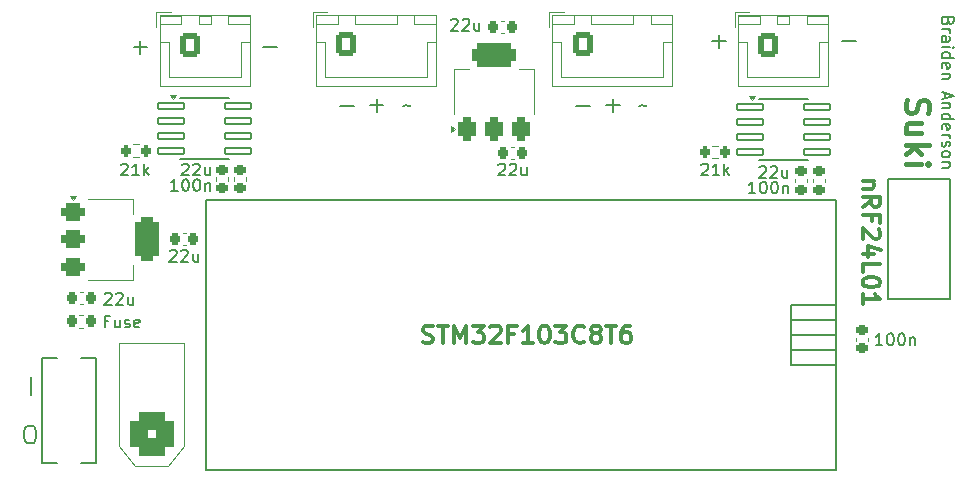
<source format=gto>
G04 #@! TF.GenerationSoftware,KiCad,Pcbnew,9.0.2+dfsg-1*
G04 #@! TF.CreationDate,2025-08-18T11:49:20-04:00*
G04 #@! TF.ProjectId,Basic_Controller,42617369-635f-4436-9f6e-74726f6c6c65,rev?*
G04 #@! TF.SameCoordinates,Original*
G04 #@! TF.FileFunction,Legend,Top*
G04 #@! TF.FilePolarity,Positive*
%FSLAX46Y46*%
G04 Gerber Fmt 4.6, Leading zero omitted, Abs format (unit mm)*
G04 Created by KiCad (PCBNEW 9.0.2+dfsg-1) date 2025-08-18 11:49:20*
%MOMM*%
%LPD*%
G01*
G04 APERTURE LIST*
G04 Aperture macros list*
%AMRoundRect*
0 Rectangle with rounded corners*
0 $1 Rounding radius*
0 $2 $3 $4 $5 $6 $7 $8 $9 X,Y pos of 4 corners*
0 Add a 4 corners polygon primitive as box body*
4,1,4,$2,$3,$4,$5,$6,$7,$8,$9,$2,$3,0*
0 Add four circle primitives for the rounded corners*
1,1,$1+$1,$2,$3*
1,1,$1+$1,$4,$5*
1,1,$1+$1,$6,$7*
1,1,$1+$1,$8,$9*
0 Add four rect primitives between the rounded corners*
20,1,$1+$1,$2,$3,$4,$5,0*
20,1,$1+$1,$4,$5,$6,$7,0*
20,1,$1+$1,$6,$7,$8,$9,0*
20,1,$1+$1,$8,$9,$2,$3,0*%
G04 Aperture macros list end*
%ADD10C,0.187500*%
%ADD11C,0.300000*%
%ADD12C,0.200000*%
%ADD13C,0.400000*%
%ADD14C,0.150000*%
%ADD15C,0.120000*%
%ADD16C,0.152400*%
%ADD17C,3.000000*%
%ADD18RoundRect,0.218750X0.218750X0.256250X-0.218750X0.256250X-0.218750X-0.256250X0.218750X-0.256250X0*%
%ADD19RoundRect,0.250000X-0.600000X-0.725000X0.600000X-0.725000X0.600000X0.725000X-0.600000X0.725000X0*%
%ADD20O,1.700000X1.950000*%
%ADD21R,2.400000X3.100000*%
%ADD22RoundRect,0.070000X-1.100000X-0.250000X1.100000X-0.250000X1.100000X0.250000X-1.100000X0.250000X0*%
%ADD23C,0.770000*%
%ADD24C,1.524000*%
%ADD25RoundRect,0.225000X0.250000X-0.225000X0.250000X0.225000X-0.250000X0.225000X-0.250000X-0.225000X0*%
%ADD26RoundRect,0.225000X-0.225000X-0.250000X0.225000X-0.250000X0.225000X0.250000X-0.225000X0.250000X0*%
%ADD27RoundRect,0.250000X-0.600000X-0.750000X0.600000X-0.750000X0.600000X0.750000X-0.600000X0.750000X0*%
%ADD28O,1.700000X2.000000*%
%ADD29C,1.320800*%
%ADD30RoundRect,0.200000X-0.200000X-0.275000X0.200000X-0.275000X0.200000X0.275000X-0.200000X0.275000X0*%
%ADD31RoundRect,0.760000X1.140000X-1.140000X1.140000X1.140000X-1.140000X1.140000X-1.140000X-1.140000X0*%
%ADD32C,4.000000*%
%ADD33RoundRect,0.375000X-0.625000X-0.375000X0.625000X-0.375000X0.625000X0.375000X-0.625000X0.375000X0*%
%ADD34RoundRect,0.500000X-0.500000X-1.400000X0.500000X-1.400000X0.500000X1.400000X-0.500000X1.400000X0*%
%ADD35RoundRect,0.225000X0.225000X0.250000X-0.225000X0.250000X-0.225000X-0.250000X0.225000X-0.250000X0*%
%ADD36RoundRect,0.375000X0.375000X-0.625000X0.375000X0.625000X-0.375000X0.625000X-0.375000X-0.625000X0*%
%ADD37RoundRect,0.500000X1.400000X-0.500000X1.400000X0.500000X-1.400000X0.500000X-1.400000X-0.500000X0*%
%ADD38R,1.295400X1.295400*%
%ADD39C,1.295400*%
%ADD40C,1.498600*%
G04 APERTURE END LIST*
D10*
X121306718Y-113179890D02*
X121306718Y-114679890D01*
D11*
X154483082Y-110229400D02*
X154697368Y-110300828D01*
X154697368Y-110300828D02*
X155054510Y-110300828D01*
X155054510Y-110300828D02*
X155197368Y-110229400D01*
X155197368Y-110229400D02*
X155268796Y-110157971D01*
X155268796Y-110157971D02*
X155340225Y-110015114D01*
X155340225Y-110015114D02*
X155340225Y-109872257D01*
X155340225Y-109872257D02*
X155268796Y-109729400D01*
X155268796Y-109729400D02*
X155197368Y-109657971D01*
X155197368Y-109657971D02*
X155054510Y-109586542D01*
X155054510Y-109586542D02*
X154768796Y-109515114D01*
X154768796Y-109515114D02*
X154625939Y-109443685D01*
X154625939Y-109443685D02*
X154554510Y-109372257D01*
X154554510Y-109372257D02*
X154483082Y-109229400D01*
X154483082Y-109229400D02*
X154483082Y-109086542D01*
X154483082Y-109086542D02*
X154554510Y-108943685D01*
X154554510Y-108943685D02*
X154625939Y-108872257D01*
X154625939Y-108872257D02*
X154768796Y-108800828D01*
X154768796Y-108800828D02*
X155125939Y-108800828D01*
X155125939Y-108800828D02*
X155340225Y-108872257D01*
X155768796Y-108800828D02*
X156625939Y-108800828D01*
X156197367Y-110300828D02*
X156197367Y-108800828D01*
X157125938Y-110300828D02*
X157125938Y-108800828D01*
X157125938Y-108800828D02*
X157625938Y-109872257D01*
X157625938Y-109872257D02*
X158125938Y-108800828D01*
X158125938Y-108800828D02*
X158125938Y-110300828D01*
X158697367Y-108800828D02*
X159625939Y-108800828D01*
X159625939Y-108800828D02*
X159125939Y-109372257D01*
X159125939Y-109372257D02*
X159340224Y-109372257D01*
X159340224Y-109372257D02*
X159483082Y-109443685D01*
X159483082Y-109443685D02*
X159554510Y-109515114D01*
X159554510Y-109515114D02*
X159625939Y-109657971D01*
X159625939Y-109657971D02*
X159625939Y-110015114D01*
X159625939Y-110015114D02*
X159554510Y-110157971D01*
X159554510Y-110157971D02*
X159483082Y-110229400D01*
X159483082Y-110229400D02*
X159340224Y-110300828D01*
X159340224Y-110300828D02*
X158911653Y-110300828D01*
X158911653Y-110300828D02*
X158768796Y-110229400D01*
X158768796Y-110229400D02*
X158697367Y-110157971D01*
X160197367Y-108943685D02*
X160268795Y-108872257D01*
X160268795Y-108872257D02*
X160411653Y-108800828D01*
X160411653Y-108800828D02*
X160768795Y-108800828D01*
X160768795Y-108800828D02*
X160911653Y-108872257D01*
X160911653Y-108872257D02*
X160983081Y-108943685D01*
X160983081Y-108943685D02*
X161054510Y-109086542D01*
X161054510Y-109086542D02*
X161054510Y-109229400D01*
X161054510Y-109229400D02*
X160983081Y-109443685D01*
X160983081Y-109443685D02*
X160125938Y-110300828D01*
X160125938Y-110300828D02*
X161054510Y-110300828D01*
X162197366Y-109515114D02*
X161697366Y-109515114D01*
X161697366Y-110300828D02*
X161697366Y-108800828D01*
X161697366Y-108800828D02*
X162411652Y-108800828D01*
X163768795Y-110300828D02*
X162911652Y-110300828D01*
X163340223Y-110300828D02*
X163340223Y-108800828D01*
X163340223Y-108800828D02*
X163197366Y-109015114D01*
X163197366Y-109015114D02*
X163054509Y-109157971D01*
X163054509Y-109157971D02*
X162911652Y-109229400D01*
X164697366Y-108800828D02*
X164840223Y-108800828D01*
X164840223Y-108800828D02*
X164983080Y-108872257D01*
X164983080Y-108872257D02*
X165054509Y-108943685D01*
X165054509Y-108943685D02*
X165125937Y-109086542D01*
X165125937Y-109086542D02*
X165197366Y-109372257D01*
X165197366Y-109372257D02*
X165197366Y-109729400D01*
X165197366Y-109729400D02*
X165125937Y-110015114D01*
X165125937Y-110015114D02*
X165054509Y-110157971D01*
X165054509Y-110157971D02*
X164983080Y-110229400D01*
X164983080Y-110229400D02*
X164840223Y-110300828D01*
X164840223Y-110300828D02*
X164697366Y-110300828D01*
X164697366Y-110300828D02*
X164554509Y-110229400D01*
X164554509Y-110229400D02*
X164483080Y-110157971D01*
X164483080Y-110157971D02*
X164411651Y-110015114D01*
X164411651Y-110015114D02*
X164340223Y-109729400D01*
X164340223Y-109729400D02*
X164340223Y-109372257D01*
X164340223Y-109372257D02*
X164411651Y-109086542D01*
X164411651Y-109086542D02*
X164483080Y-108943685D01*
X164483080Y-108943685D02*
X164554509Y-108872257D01*
X164554509Y-108872257D02*
X164697366Y-108800828D01*
X165697365Y-108800828D02*
X166625937Y-108800828D01*
X166625937Y-108800828D02*
X166125937Y-109372257D01*
X166125937Y-109372257D02*
X166340222Y-109372257D01*
X166340222Y-109372257D02*
X166483080Y-109443685D01*
X166483080Y-109443685D02*
X166554508Y-109515114D01*
X166554508Y-109515114D02*
X166625937Y-109657971D01*
X166625937Y-109657971D02*
X166625937Y-110015114D01*
X166625937Y-110015114D02*
X166554508Y-110157971D01*
X166554508Y-110157971D02*
X166483080Y-110229400D01*
X166483080Y-110229400D02*
X166340222Y-110300828D01*
X166340222Y-110300828D02*
X165911651Y-110300828D01*
X165911651Y-110300828D02*
X165768794Y-110229400D01*
X165768794Y-110229400D02*
X165697365Y-110157971D01*
X168125936Y-110157971D02*
X168054508Y-110229400D01*
X168054508Y-110229400D02*
X167840222Y-110300828D01*
X167840222Y-110300828D02*
X167697365Y-110300828D01*
X167697365Y-110300828D02*
X167483079Y-110229400D01*
X167483079Y-110229400D02*
X167340222Y-110086542D01*
X167340222Y-110086542D02*
X167268793Y-109943685D01*
X167268793Y-109943685D02*
X167197365Y-109657971D01*
X167197365Y-109657971D02*
X167197365Y-109443685D01*
X167197365Y-109443685D02*
X167268793Y-109157971D01*
X167268793Y-109157971D02*
X167340222Y-109015114D01*
X167340222Y-109015114D02*
X167483079Y-108872257D01*
X167483079Y-108872257D02*
X167697365Y-108800828D01*
X167697365Y-108800828D02*
X167840222Y-108800828D01*
X167840222Y-108800828D02*
X168054508Y-108872257D01*
X168054508Y-108872257D02*
X168125936Y-108943685D01*
X168983079Y-109443685D02*
X168840222Y-109372257D01*
X168840222Y-109372257D02*
X168768793Y-109300828D01*
X168768793Y-109300828D02*
X168697365Y-109157971D01*
X168697365Y-109157971D02*
X168697365Y-109086542D01*
X168697365Y-109086542D02*
X168768793Y-108943685D01*
X168768793Y-108943685D02*
X168840222Y-108872257D01*
X168840222Y-108872257D02*
X168983079Y-108800828D01*
X168983079Y-108800828D02*
X169268793Y-108800828D01*
X169268793Y-108800828D02*
X169411651Y-108872257D01*
X169411651Y-108872257D02*
X169483079Y-108943685D01*
X169483079Y-108943685D02*
X169554508Y-109086542D01*
X169554508Y-109086542D02*
X169554508Y-109157971D01*
X169554508Y-109157971D02*
X169483079Y-109300828D01*
X169483079Y-109300828D02*
X169411651Y-109372257D01*
X169411651Y-109372257D02*
X169268793Y-109443685D01*
X169268793Y-109443685D02*
X168983079Y-109443685D01*
X168983079Y-109443685D02*
X168840222Y-109515114D01*
X168840222Y-109515114D02*
X168768793Y-109586542D01*
X168768793Y-109586542D02*
X168697365Y-109729400D01*
X168697365Y-109729400D02*
X168697365Y-110015114D01*
X168697365Y-110015114D02*
X168768793Y-110157971D01*
X168768793Y-110157971D02*
X168840222Y-110229400D01*
X168840222Y-110229400D02*
X168983079Y-110300828D01*
X168983079Y-110300828D02*
X169268793Y-110300828D01*
X169268793Y-110300828D02*
X169411651Y-110229400D01*
X169411651Y-110229400D02*
X169483079Y-110157971D01*
X169483079Y-110157971D02*
X169554508Y-110015114D01*
X169554508Y-110015114D02*
X169554508Y-109729400D01*
X169554508Y-109729400D02*
X169483079Y-109586542D01*
X169483079Y-109586542D02*
X169411651Y-109515114D01*
X169411651Y-109515114D02*
X169268793Y-109443685D01*
X169983079Y-108800828D02*
X170840222Y-108800828D01*
X170411650Y-110300828D02*
X170411650Y-108800828D01*
X171983079Y-108800828D02*
X171697364Y-108800828D01*
X171697364Y-108800828D02*
X171554507Y-108872257D01*
X171554507Y-108872257D02*
X171483079Y-108943685D01*
X171483079Y-108943685D02*
X171340221Y-109157971D01*
X171340221Y-109157971D02*
X171268793Y-109443685D01*
X171268793Y-109443685D02*
X171268793Y-110015114D01*
X171268793Y-110015114D02*
X171340221Y-110157971D01*
X171340221Y-110157971D02*
X171411650Y-110229400D01*
X171411650Y-110229400D02*
X171554507Y-110300828D01*
X171554507Y-110300828D02*
X171840221Y-110300828D01*
X171840221Y-110300828D02*
X171983079Y-110229400D01*
X171983079Y-110229400D02*
X172054507Y-110157971D01*
X172054507Y-110157971D02*
X172125936Y-110015114D01*
X172125936Y-110015114D02*
X172125936Y-109657971D01*
X172125936Y-109657971D02*
X172054507Y-109515114D01*
X172054507Y-109515114D02*
X171983079Y-109443685D01*
X171983079Y-109443685D02*
X171840221Y-109372257D01*
X171840221Y-109372257D02*
X171554507Y-109372257D01*
X171554507Y-109372257D02*
X171411650Y-109443685D01*
X171411650Y-109443685D02*
X171340221Y-109515114D01*
X171340221Y-109515114D02*
X171268793Y-109657971D01*
D10*
X149989477Y-90157899D02*
X151132335Y-90157899D01*
X150560906Y-90729327D02*
X150560906Y-89586470D01*
X129980497Y-85235250D02*
X131123355Y-85235250D01*
X130551926Y-85806678D02*
X130551926Y-84663821D01*
X167480497Y-90235250D02*
X168623355Y-90235250D01*
D12*
X198939064Y-83035428D02*
X198891445Y-83178285D01*
X198891445Y-83178285D02*
X198843826Y-83225904D01*
X198843826Y-83225904D02*
X198748588Y-83273523D01*
X198748588Y-83273523D02*
X198605731Y-83273523D01*
X198605731Y-83273523D02*
X198510493Y-83225904D01*
X198510493Y-83225904D02*
X198462874Y-83178285D01*
X198462874Y-83178285D02*
X198415254Y-83083047D01*
X198415254Y-83083047D02*
X198415254Y-82702095D01*
X198415254Y-82702095D02*
X199415254Y-82702095D01*
X199415254Y-82702095D02*
X199415254Y-83035428D01*
X199415254Y-83035428D02*
X199367635Y-83130666D01*
X199367635Y-83130666D02*
X199320016Y-83178285D01*
X199320016Y-83178285D02*
X199224778Y-83225904D01*
X199224778Y-83225904D02*
X199129540Y-83225904D01*
X199129540Y-83225904D02*
X199034302Y-83178285D01*
X199034302Y-83178285D02*
X198986683Y-83130666D01*
X198986683Y-83130666D02*
X198939064Y-83035428D01*
X198939064Y-83035428D02*
X198939064Y-82702095D01*
X198415254Y-83702095D02*
X199081921Y-83702095D01*
X198891445Y-83702095D02*
X198986683Y-83749714D01*
X198986683Y-83749714D02*
X199034302Y-83797333D01*
X199034302Y-83797333D02*
X199081921Y-83892571D01*
X199081921Y-83892571D02*
X199081921Y-83987809D01*
X198415254Y-84749714D02*
X198939064Y-84749714D01*
X198939064Y-84749714D02*
X199034302Y-84702095D01*
X199034302Y-84702095D02*
X199081921Y-84606857D01*
X199081921Y-84606857D02*
X199081921Y-84416381D01*
X199081921Y-84416381D02*
X199034302Y-84321143D01*
X198462874Y-84749714D02*
X198415254Y-84654476D01*
X198415254Y-84654476D02*
X198415254Y-84416381D01*
X198415254Y-84416381D02*
X198462874Y-84321143D01*
X198462874Y-84321143D02*
X198558112Y-84273524D01*
X198558112Y-84273524D02*
X198653350Y-84273524D01*
X198653350Y-84273524D02*
X198748588Y-84321143D01*
X198748588Y-84321143D02*
X198796207Y-84416381D01*
X198796207Y-84416381D02*
X198796207Y-84654476D01*
X198796207Y-84654476D02*
X198843826Y-84749714D01*
X198415254Y-85225905D02*
X199081921Y-85225905D01*
X199415254Y-85225905D02*
X199367635Y-85178286D01*
X199367635Y-85178286D02*
X199320016Y-85225905D01*
X199320016Y-85225905D02*
X199367635Y-85273524D01*
X199367635Y-85273524D02*
X199415254Y-85225905D01*
X199415254Y-85225905D02*
X199320016Y-85225905D01*
X198415254Y-86130666D02*
X199415254Y-86130666D01*
X198462874Y-86130666D02*
X198415254Y-86035428D01*
X198415254Y-86035428D02*
X198415254Y-85844952D01*
X198415254Y-85844952D02*
X198462874Y-85749714D01*
X198462874Y-85749714D02*
X198510493Y-85702095D01*
X198510493Y-85702095D02*
X198605731Y-85654476D01*
X198605731Y-85654476D02*
X198891445Y-85654476D01*
X198891445Y-85654476D02*
X198986683Y-85702095D01*
X198986683Y-85702095D02*
X199034302Y-85749714D01*
X199034302Y-85749714D02*
X199081921Y-85844952D01*
X199081921Y-85844952D02*
X199081921Y-86035428D01*
X199081921Y-86035428D02*
X199034302Y-86130666D01*
X198462874Y-86987809D02*
X198415254Y-86892571D01*
X198415254Y-86892571D02*
X198415254Y-86702095D01*
X198415254Y-86702095D02*
X198462874Y-86606857D01*
X198462874Y-86606857D02*
X198558112Y-86559238D01*
X198558112Y-86559238D02*
X198939064Y-86559238D01*
X198939064Y-86559238D02*
X199034302Y-86606857D01*
X199034302Y-86606857D02*
X199081921Y-86702095D01*
X199081921Y-86702095D02*
X199081921Y-86892571D01*
X199081921Y-86892571D02*
X199034302Y-86987809D01*
X199034302Y-86987809D02*
X198939064Y-87035428D01*
X198939064Y-87035428D02*
X198843826Y-87035428D01*
X198843826Y-87035428D02*
X198748588Y-86559238D01*
X199081921Y-87464000D02*
X198415254Y-87464000D01*
X198986683Y-87464000D02*
X199034302Y-87511619D01*
X199034302Y-87511619D02*
X199081921Y-87606857D01*
X199081921Y-87606857D02*
X199081921Y-87749714D01*
X199081921Y-87749714D02*
X199034302Y-87844952D01*
X199034302Y-87844952D02*
X198939064Y-87892571D01*
X198939064Y-87892571D02*
X198415254Y-87892571D01*
X198700969Y-89083048D02*
X198700969Y-89559238D01*
X198415254Y-88987810D02*
X199415254Y-89321143D01*
X199415254Y-89321143D02*
X198415254Y-89654476D01*
X199081921Y-89987810D02*
X198415254Y-89987810D01*
X198986683Y-89987810D02*
X199034302Y-90035429D01*
X199034302Y-90035429D02*
X199081921Y-90130667D01*
X199081921Y-90130667D02*
X199081921Y-90273524D01*
X199081921Y-90273524D02*
X199034302Y-90368762D01*
X199034302Y-90368762D02*
X198939064Y-90416381D01*
X198939064Y-90416381D02*
X198415254Y-90416381D01*
X198415254Y-91321143D02*
X199415254Y-91321143D01*
X198462874Y-91321143D02*
X198415254Y-91225905D01*
X198415254Y-91225905D02*
X198415254Y-91035429D01*
X198415254Y-91035429D02*
X198462874Y-90940191D01*
X198462874Y-90940191D02*
X198510493Y-90892572D01*
X198510493Y-90892572D02*
X198605731Y-90844953D01*
X198605731Y-90844953D02*
X198891445Y-90844953D01*
X198891445Y-90844953D02*
X198986683Y-90892572D01*
X198986683Y-90892572D02*
X199034302Y-90940191D01*
X199034302Y-90940191D02*
X199081921Y-91035429D01*
X199081921Y-91035429D02*
X199081921Y-91225905D01*
X199081921Y-91225905D02*
X199034302Y-91321143D01*
X198462874Y-92178286D02*
X198415254Y-92083048D01*
X198415254Y-92083048D02*
X198415254Y-91892572D01*
X198415254Y-91892572D02*
X198462874Y-91797334D01*
X198462874Y-91797334D02*
X198558112Y-91749715D01*
X198558112Y-91749715D02*
X198939064Y-91749715D01*
X198939064Y-91749715D02*
X199034302Y-91797334D01*
X199034302Y-91797334D02*
X199081921Y-91892572D01*
X199081921Y-91892572D02*
X199081921Y-92083048D01*
X199081921Y-92083048D02*
X199034302Y-92178286D01*
X199034302Y-92178286D02*
X198939064Y-92225905D01*
X198939064Y-92225905D02*
X198843826Y-92225905D01*
X198843826Y-92225905D02*
X198748588Y-91749715D01*
X198415254Y-92654477D02*
X199081921Y-92654477D01*
X198891445Y-92654477D02*
X198986683Y-92702096D01*
X198986683Y-92702096D02*
X199034302Y-92749715D01*
X199034302Y-92749715D02*
X199081921Y-92844953D01*
X199081921Y-92844953D02*
X199081921Y-92940191D01*
X198462874Y-93225906D02*
X198415254Y-93321144D01*
X198415254Y-93321144D02*
X198415254Y-93511620D01*
X198415254Y-93511620D02*
X198462874Y-93606858D01*
X198462874Y-93606858D02*
X198558112Y-93654477D01*
X198558112Y-93654477D02*
X198605731Y-93654477D01*
X198605731Y-93654477D02*
X198700969Y-93606858D01*
X198700969Y-93606858D02*
X198748588Y-93511620D01*
X198748588Y-93511620D02*
X198748588Y-93368763D01*
X198748588Y-93368763D02*
X198796207Y-93273525D01*
X198796207Y-93273525D02*
X198891445Y-93225906D01*
X198891445Y-93225906D02*
X198939064Y-93225906D01*
X198939064Y-93225906D02*
X199034302Y-93273525D01*
X199034302Y-93273525D02*
X199081921Y-93368763D01*
X199081921Y-93368763D02*
X199081921Y-93511620D01*
X199081921Y-93511620D02*
X199034302Y-93606858D01*
X198415254Y-94225906D02*
X198462874Y-94130668D01*
X198462874Y-94130668D02*
X198510493Y-94083049D01*
X198510493Y-94083049D02*
X198605731Y-94035430D01*
X198605731Y-94035430D02*
X198891445Y-94035430D01*
X198891445Y-94035430D02*
X198986683Y-94083049D01*
X198986683Y-94083049D02*
X199034302Y-94130668D01*
X199034302Y-94130668D02*
X199081921Y-94225906D01*
X199081921Y-94225906D02*
X199081921Y-94368763D01*
X199081921Y-94368763D02*
X199034302Y-94464001D01*
X199034302Y-94464001D02*
X198986683Y-94511620D01*
X198986683Y-94511620D02*
X198891445Y-94559239D01*
X198891445Y-94559239D02*
X198605731Y-94559239D01*
X198605731Y-94559239D02*
X198510493Y-94511620D01*
X198510493Y-94511620D02*
X198462874Y-94464001D01*
X198462874Y-94464001D02*
X198415254Y-94368763D01*
X198415254Y-94368763D02*
X198415254Y-94225906D01*
X199081921Y-94987811D02*
X198415254Y-94987811D01*
X198986683Y-94987811D02*
X199034302Y-95035430D01*
X199034302Y-95035430D02*
X199081921Y-95130668D01*
X199081921Y-95130668D02*
X199081921Y-95273525D01*
X199081921Y-95273525D02*
X199034302Y-95368763D01*
X199034302Y-95368763D02*
X198939064Y-95416382D01*
X198939064Y-95416382D02*
X198415254Y-95416382D01*
D10*
X152766212Y-90235250D02*
X152837640Y-90163821D01*
X152837640Y-90163821D02*
X152980497Y-90092392D01*
X152980497Y-90092392D02*
X153266212Y-90235250D01*
X153266212Y-90235250D02*
X153409069Y-90163821D01*
X153409069Y-90163821D02*
X153480497Y-90092392D01*
X172766212Y-90235250D02*
X172837640Y-90163821D01*
X172837640Y-90163821D02*
X172980497Y-90092392D01*
X172980497Y-90092392D02*
X173266212Y-90235250D01*
X173266212Y-90235250D02*
X173409069Y-90163821D01*
X173409069Y-90163821D02*
X173480497Y-90092392D01*
D11*
X192699171Y-96554510D02*
X191699171Y-96554510D01*
X192556314Y-96554510D02*
X192627742Y-96625939D01*
X192627742Y-96625939D02*
X192699171Y-96768796D01*
X192699171Y-96768796D02*
X192699171Y-96983082D01*
X192699171Y-96983082D02*
X192627742Y-97125939D01*
X192627742Y-97125939D02*
X192484885Y-97197368D01*
X192484885Y-97197368D02*
X191699171Y-97197368D01*
X191699171Y-98768796D02*
X192413457Y-98268796D01*
X191699171Y-97911653D02*
X193199171Y-97911653D01*
X193199171Y-97911653D02*
X193199171Y-98483082D01*
X193199171Y-98483082D02*
X193127742Y-98625939D01*
X193127742Y-98625939D02*
X193056314Y-98697368D01*
X193056314Y-98697368D02*
X192913457Y-98768796D01*
X192913457Y-98768796D02*
X192699171Y-98768796D01*
X192699171Y-98768796D02*
X192556314Y-98697368D01*
X192556314Y-98697368D02*
X192484885Y-98625939D01*
X192484885Y-98625939D02*
X192413457Y-98483082D01*
X192413457Y-98483082D02*
X192413457Y-97911653D01*
X192484885Y-99911653D02*
X192484885Y-99411653D01*
X191699171Y-99411653D02*
X193199171Y-99411653D01*
X193199171Y-99411653D02*
X193199171Y-100125939D01*
X193056314Y-100625939D02*
X193127742Y-100697367D01*
X193127742Y-100697367D02*
X193199171Y-100840225D01*
X193199171Y-100840225D02*
X193199171Y-101197367D01*
X193199171Y-101197367D02*
X193127742Y-101340225D01*
X193127742Y-101340225D02*
X193056314Y-101411653D01*
X193056314Y-101411653D02*
X192913457Y-101483082D01*
X192913457Y-101483082D02*
X192770600Y-101483082D01*
X192770600Y-101483082D02*
X192556314Y-101411653D01*
X192556314Y-101411653D02*
X191699171Y-100554510D01*
X191699171Y-100554510D02*
X191699171Y-101483082D01*
X192699171Y-102768796D02*
X191699171Y-102768796D01*
X193270600Y-102411653D02*
X192199171Y-102054510D01*
X192199171Y-102054510D02*
X192199171Y-102983081D01*
X191699171Y-104268795D02*
X191699171Y-103554509D01*
X191699171Y-103554509D02*
X193199171Y-103554509D01*
X193199171Y-105054510D02*
X193199171Y-105197367D01*
X193199171Y-105197367D02*
X193127742Y-105340224D01*
X193127742Y-105340224D02*
X193056314Y-105411653D01*
X193056314Y-105411653D02*
X192913457Y-105483081D01*
X192913457Y-105483081D02*
X192627742Y-105554510D01*
X192627742Y-105554510D02*
X192270600Y-105554510D01*
X192270600Y-105554510D02*
X191984885Y-105483081D01*
X191984885Y-105483081D02*
X191842028Y-105411653D01*
X191842028Y-105411653D02*
X191770600Y-105340224D01*
X191770600Y-105340224D02*
X191699171Y-105197367D01*
X191699171Y-105197367D02*
X191699171Y-105054510D01*
X191699171Y-105054510D02*
X191770600Y-104911653D01*
X191770600Y-104911653D02*
X191842028Y-104840224D01*
X191842028Y-104840224D02*
X191984885Y-104768795D01*
X191984885Y-104768795D02*
X192270600Y-104697367D01*
X192270600Y-104697367D02*
X192627742Y-104697367D01*
X192627742Y-104697367D02*
X192913457Y-104768795D01*
X192913457Y-104768795D02*
X193056314Y-104840224D01*
X193056314Y-104840224D02*
X193127742Y-104911653D01*
X193127742Y-104911653D02*
X193199171Y-105054510D01*
X191699171Y-106983081D02*
X191699171Y-106125938D01*
X191699171Y-106554509D02*
X193199171Y-106554509D01*
X193199171Y-106554509D02*
X192984885Y-106411652D01*
X192984885Y-106411652D02*
X192842028Y-106268795D01*
X192842028Y-106268795D02*
X192770600Y-106125938D01*
D10*
X178980497Y-84735250D02*
X180123355Y-84735250D01*
X179551926Y-85306678D02*
X179551926Y-84163821D01*
X169989477Y-90157899D02*
X171132335Y-90157899D01*
X170560906Y-90729327D02*
X170560906Y-89586470D01*
X147480497Y-90235250D02*
X148623355Y-90235250D01*
X140980497Y-85235250D02*
X142123355Y-85235250D01*
X121381432Y-118768501D02*
X121095718Y-118768501D01*
X121095718Y-118768501D02*
X120952861Y-118697072D01*
X120952861Y-118697072D02*
X120810004Y-118554215D01*
X120810004Y-118554215D02*
X120738575Y-118268501D01*
X120738575Y-118268501D02*
X120738575Y-117768501D01*
X120738575Y-117768501D02*
X120810004Y-117482787D01*
X120810004Y-117482787D02*
X120952861Y-117339930D01*
X120952861Y-117339930D02*
X121095718Y-117268501D01*
X121095718Y-117268501D02*
X121381432Y-117268501D01*
X121381432Y-117268501D02*
X121524290Y-117339930D01*
X121524290Y-117339930D02*
X121667147Y-117482787D01*
X121667147Y-117482787D02*
X121738575Y-117768501D01*
X121738575Y-117768501D02*
X121738575Y-118268501D01*
X121738575Y-118268501D02*
X121667147Y-118554215D01*
X121667147Y-118554215D02*
X121524290Y-118697072D01*
X121524290Y-118697072D02*
X121381432Y-118768501D01*
D13*
X195449742Y-89664873D02*
X195354503Y-89950587D01*
X195354503Y-89950587D02*
X195354503Y-90426778D01*
X195354503Y-90426778D02*
X195449742Y-90617254D01*
X195449742Y-90617254D02*
X195544980Y-90712492D01*
X195544980Y-90712492D02*
X195735456Y-90807730D01*
X195735456Y-90807730D02*
X195925932Y-90807730D01*
X195925932Y-90807730D02*
X196116408Y-90712492D01*
X196116408Y-90712492D02*
X196211646Y-90617254D01*
X196211646Y-90617254D02*
X196306884Y-90426778D01*
X196306884Y-90426778D02*
X196402122Y-90045825D01*
X196402122Y-90045825D02*
X196497361Y-89855349D01*
X196497361Y-89855349D02*
X196592599Y-89760111D01*
X196592599Y-89760111D02*
X196783075Y-89664873D01*
X196783075Y-89664873D02*
X196973551Y-89664873D01*
X196973551Y-89664873D02*
X197164027Y-89760111D01*
X197164027Y-89760111D02*
X197259265Y-89855349D01*
X197259265Y-89855349D02*
X197354503Y-90045825D01*
X197354503Y-90045825D02*
X197354503Y-90522016D01*
X197354503Y-90522016D02*
X197259265Y-90807730D01*
X196687837Y-92522016D02*
X195354503Y-92522016D01*
X196687837Y-91664873D02*
X195640218Y-91664873D01*
X195640218Y-91664873D02*
X195449742Y-91760111D01*
X195449742Y-91760111D02*
X195354503Y-91950587D01*
X195354503Y-91950587D02*
X195354503Y-92236302D01*
X195354503Y-92236302D02*
X195449742Y-92426778D01*
X195449742Y-92426778D02*
X195544980Y-92522016D01*
X195354503Y-93474397D02*
X197354503Y-93474397D01*
X196116408Y-93664873D02*
X195354503Y-94236302D01*
X196687837Y-94236302D02*
X195925932Y-93474397D01*
X195354503Y-95093445D02*
X196687837Y-95093445D01*
X197354503Y-95093445D02*
X197259265Y-94998207D01*
X197259265Y-94998207D02*
X197164027Y-95093445D01*
X197164027Y-95093445D02*
X197259265Y-95188683D01*
X197259265Y-95188683D02*
X197354503Y-95093445D01*
X197354503Y-95093445D02*
X197164027Y-95093445D01*
D10*
X189980497Y-84735250D02*
X191123355Y-84735250D01*
D14*
X127857142Y-108431009D02*
X127523809Y-108431009D01*
X127523809Y-108954819D02*
X127523809Y-107954819D01*
X127523809Y-107954819D02*
X127999999Y-107954819D01*
X128809523Y-108288152D02*
X128809523Y-108954819D01*
X128380952Y-108288152D02*
X128380952Y-108811961D01*
X128380952Y-108811961D02*
X128428571Y-108907200D01*
X128428571Y-108907200D02*
X128523809Y-108954819D01*
X128523809Y-108954819D02*
X128666666Y-108954819D01*
X128666666Y-108954819D02*
X128761904Y-108907200D01*
X128761904Y-108907200D02*
X128809523Y-108859580D01*
X129238095Y-108907200D02*
X129333333Y-108954819D01*
X129333333Y-108954819D02*
X129523809Y-108954819D01*
X129523809Y-108954819D02*
X129619047Y-108907200D01*
X129619047Y-108907200D02*
X129666666Y-108811961D01*
X129666666Y-108811961D02*
X129666666Y-108764342D01*
X129666666Y-108764342D02*
X129619047Y-108669104D01*
X129619047Y-108669104D02*
X129523809Y-108621485D01*
X129523809Y-108621485D02*
X129380952Y-108621485D01*
X129380952Y-108621485D02*
X129285714Y-108573866D01*
X129285714Y-108573866D02*
X129238095Y-108478628D01*
X129238095Y-108478628D02*
X129238095Y-108431009D01*
X129238095Y-108431009D02*
X129285714Y-108335771D01*
X129285714Y-108335771D02*
X129380952Y-108288152D01*
X129380952Y-108288152D02*
X129523809Y-108288152D01*
X129523809Y-108288152D02*
X129619047Y-108335771D01*
X130476190Y-108907200D02*
X130380952Y-108954819D01*
X130380952Y-108954819D02*
X130190476Y-108954819D01*
X130190476Y-108954819D02*
X130095238Y-108907200D01*
X130095238Y-108907200D02*
X130047619Y-108811961D01*
X130047619Y-108811961D02*
X130047619Y-108431009D01*
X130047619Y-108431009D02*
X130095238Y-108335771D01*
X130095238Y-108335771D02*
X130190476Y-108288152D01*
X130190476Y-108288152D02*
X130380952Y-108288152D01*
X130380952Y-108288152D02*
X130476190Y-108335771D01*
X130476190Y-108335771D02*
X130523809Y-108431009D01*
X130523809Y-108431009D02*
X130523809Y-108526247D01*
X130523809Y-108526247D02*
X130047619Y-108621485D01*
X182627625Y-97603930D02*
X182056197Y-97603930D01*
X182341911Y-97603930D02*
X182341911Y-96603930D01*
X182341911Y-96603930D02*
X182246673Y-96746787D01*
X182246673Y-96746787D02*
X182151435Y-96842025D01*
X182151435Y-96842025D02*
X182056197Y-96889644D01*
X183246673Y-96603930D02*
X183341911Y-96603930D01*
X183341911Y-96603930D02*
X183437149Y-96651549D01*
X183437149Y-96651549D02*
X183484768Y-96699168D01*
X183484768Y-96699168D02*
X183532387Y-96794406D01*
X183532387Y-96794406D02*
X183580006Y-96984882D01*
X183580006Y-96984882D02*
X183580006Y-97222977D01*
X183580006Y-97222977D02*
X183532387Y-97413453D01*
X183532387Y-97413453D02*
X183484768Y-97508691D01*
X183484768Y-97508691D02*
X183437149Y-97556311D01*
X183437149Y-97556311D02*
X183341911Y-97603930D01*
X183341911Y-97603930D02*
X183246673Y-97603930D01*
X183246673Y-97603930D02*
X183151435Y-97556311D01*
X183151435Y-97556311D02*
X183103816Y-97508691D01*
X183103816Y-97508691D02*
X183056197Y-97413453D01*
X183056197Y-97413453D02*
X183008578Y-97222977D01*
X183008578Y-97222977D02*
X183008578Y-96984882D01*
X183008578Y-96984882D02*
X183056197Y-96794406D01*
X183056197Y-96794406D02*
X183103816Y-96699168D01*
X183103816Y-96699168D02*
X183151435Y-96651549D01*
X183151435Y-96651549D02*
X183246673Y-96603930D01*
X184199054Y-96603930D02*
X184294292Y-96603930D01*
X184294292Y-96603930D02*
X184389530Y-96651549D01*
X184389530Y-96651549D02*
X184437149Y-96699168D01*
X184437149Y-96699168D02*
X184484768Y-96794406D01*
X184484768Y-96794406D02*
X184532387Y-96984882D01*
X184532387Y-96984882D02*
X184532387Y-97222977D01*
X184532387Y-97222977D02*
X184484768Y-97413453D01*
X184484768Y-97413453D02*
X184437149Y-97508691D01*
X184437149Y-97508691D02*
X184389530Y-97556311D01*
X184389530Y-97556311D02*
X184294292Y-97603930D01*
X184294292Y-97603930D02*
X184199054Y-97603930D01*
X184199054Y-97603930D02*
X184103816Y-97556311D01*
X184103816Y-97556311D02*
X184056197Y-97508691D01*
X184056197Y-97508691D02*
X184008578Y-97413453D01*
X184008578Y-97413453D02*
X183960959Y-97222977D01*
X183960959Y-97222977D02*
X183960959Y-96984882D01*
X183960959Y-96984882D02*
X184008578Y-96794406D01*
X184008578Y-96794406D02*
X184056197Y-96699168D01*
X184056197Y-96699168D02*
X184103816Y-96651549D01*
X184103816Y-96651549D02*
X184199054Y-96603930D01*
X184960959Y-96937263D02*
X184960959Y-97603930D01*
X184960959Y-97032501D02*
X185008578Y-96984882D01*
X185008578Y-96984882D02*
X185103816Y-96937263D01*
X185103816Y-96937263D02*
X185246673Y-96937263D01*
X185246673Y-96937263D02*
X185341911Y-96984882D01*
X185341911Y-96984882D02*
X185389530Y-97080120D01*
X185389530Y-97080120D02*
X185389530Y-97603930D01*
X134085042Y-95174267D02*
X134132661Y-95126648D01*
X134132661Y-95126648D02*
X134227899Y-95079029D01*
X134227899Y-95079029D02*
X134465994Y-95079029D01*
X134465994Y-95079029D02*
X134561232Y-95126648D01*
X134561232Y-95126648D02*
X134608851Y-95174267D01*
X134608851Y-95174267D02*
X134656470Y-95269505D01*
X134656470Y-95269505D02*
X134656470Y-95364743D01*
X134656470Y-95364743D02*
X134608851Y-95507600D01*
X134608851Y-95507600D02*
X134037423Y-96079029D01*
X134037423Y-96079029D02*
X134656470Y-96079029D01*
X135037423Y-95174267D02*
X135085042Y-95126648D01*
X135085042Y-95126648D02*
X135180280Y-95079029D01*
X135180280Y-95079029D02*
X135418375Y-95079029D01*
X135418375Y-95079029D02*
X135513613Y-95126648D01*
X135513613Y-95126648D02*
X135561232Y-95174267D01*
X135561232Y-95174267D02*
X135608851Y-95269505D01*
X135608851Y-95269505D02*
X135608851Y-95364743D01*
X135608851Y-95364743D02*
X135561232Y-95507600D01*
X135561232Y-95507600D02*
X134989804Y-96079029D01*
X134989804Y-96079029D02*
X135608851Y-96079029D01*
X136465994Y-95412362D02*
X136465994Y-96079029D01*
X136037423Y-95412362D02*
X136037423Y-95936171D01*
X136037423Y-95936171D02*
X136085042Y-96031410D01*
X136085042Y-96031410D02*
X136180280Y-96079029D01*
X136180280Y-96079029D02*
X136323137Y-96079029D01*
X136323137Y-96079029D02*
X136418375Y-96031410D01*
X136418375Y-96031410D02*
X136465994Y-95983790D01*
X193380952Y-110454819D02*
X192809524Y-110454819D01*
X193095238Y-110454819D02*
X193095238Y-109454819D01*
X193095238Y-109454819D02*
X193000000Y-109597676D01*
X193000000Y-109597676D02*
X192904762Y-109692914D01*
X192904762Y-109692914D02*
X192809524Y-109740533D01*
X194000000Y-109454819D02*
X194095238Y-109454819D01*
X194095238Y-109454819D02*
X194190476Y-109502438D01*
X194190476Y-109502438D02*
X194238095Y-109550057D01*
X194238095Y-109550057D02*
X194285714Y-109645295D01*
X194285714Y-109645295D02*
X194333333Y-109835771D01*
X194333333Y-109835771D02*
X194333333Y-110073866D01*
X194333333Y-110073866D02*
X194285714Y-110264342D01*
X194285714Y-110264342D02*
X194238095Y-110359580D01*
X194238095Y-110359580D02*
X194190476Y-110407200D01*
X194190476Y-110407200D02*
X194095238Y-110454819D01*
X194095238Y-110454819D02*
X194000000Y-110454819D01*
X194000000Y-110454819D02*
X193904762Y-110407200D01*
X193904762Y-110407200D02*
X193857143Y-110359580D01*
X193857143Y-110359580D02*
X193809524Y-110264342D01*
X193809524Y-110264342D02*
X193761905Y-110073866D01*
X193761905Y-110073866D02*
X193761905Y-109835771D01*
X193761905Y-109835771D02*
X193809524Y-109645295D01*
X193809524Y-109645295D02*
X193857143Y-109550057D01*
X193857143Y-109550057D02*
X193904762Y-109502438D01*
X193904762Y-109502438D02*
X194000000Y-109454819D01*
X194952381Y-109454819D02*
X195047619Y-109454819D01*
X195047619Y-109454819D02*
X195142857Y-109502438D01*
X195142857Y-109502438D02*
X195190476Y-109550057D01*
X195190476Y-109550057D02*
X195238095Y-109645295D01*
X195238095Y-109645295D02*
X195285714Y-109835771D01*
X195285714Y-109835771D02*
X195285714Y-110073866D01*
X195285714Y-110073866D02*
X195238095Y-110264342D01*
X195238095Y-110264342D02*
X195190476Y-110359580D01*
X195190476Y-110359580D02*
X195142857Y-110407200D01*
X195142857Y-110407200D02*
X195047619Y-110454819D01*
X195047619Y-110454819D02*
X194952381Y-110454819D01*
X194952381Y-110454819D02*
X194857143Y-110407200D01*
X194857143Y-110407200D02*
X194809524Y-110359580D01*
X194809524Y-110359580D02*
X194761905Y-110264342D01*
X194761905Y-110264342D02*
X194714286Y-110073866D01*
X194714286Y-110073866D02*
X194714286Y-109835771D01*
X194714286Y-109835771D02*
X194761905Y-109645295D01*
X194761905Y-109645295D02*
X194809524Y-109550057D01*
X194809524Y-109550057D02*
X194857143Y-109502438D01*
X194857143Y-109502438D02*
X194952381Y-109454819D01*
X195714286Y-109788152D02*
X195714286Y-110454819D01*
X195714286Y-109883390D02*
X195761905Y-109835771D01*
X195761905Y-109835771D02*
X195857143Y-109788152D01*
X195857143Y-109788152D02*
X196000000Y-109788152D01*
X196000000Y-109788152D02*
X196095238Y-109835771D01*
X196095238Y-109835771D02*
X196142857Y-109931009D01*
X196142857Y-109931009D02*
X196142857Y-110454819D01*
X156879333Y-82911754D02*
X156926952Y-82864135D01*
X156926952Y-82864135D02*
X157022190Y-82816516D01*
X157022190Y-82816516D02*
X157260285Y-82816516D01*
X157260285Y-82816516D02*
X157355523Y-82864135D01*
X157355523Y-82864135D02*
X157403142Y-82911754D01*
X157403142Y-82911754D02*
X157450761Y-83006992D01*
X157450761Y-83006992D02*
X157450761Y-83102230D01*
X157450761Y-83102230D02*
X157403142Y-83245087D01*
X157403142Y-83245087D02*
X156831714Y-83816516D01*
X156831714Y-83816516D02*
X157450761Y-83816516D01*
X157831714Y-82911754D02*
X157879333Y-82864135D01*
X157879333Y-82864135D02*
X157974571Y-82816516D01*
X157974571Y-82816516D02*
X158212666Y-82816516D01*
X158212666Y-82816516D02*
X158307904Y-82864135D01*
X158307904Y-82864135D02*
X158355523Y-82911754D01*
X158355523Y-82911754D02*
X158403142Y-83006992D01*
X158403142Y-83006992D02*
X158403142Y-83102230D01*
X158403142Y-83102230D02*
X158355523Y-83245087D01*
X158355523Y-83245087D02*
X157784095Y-83816516D01*
X157784095Y-83816516D02*
X158403142Y-83816516D01*
X159260285Y-83149849D02*
X159260285Y-83816516D01*
X158831714Y-83149849D02*
X158831714Y-83673658D01*
X158831714Y-83673658D02*
X158879333Y-83768897D01*
X158879333Y-83768897D02*
X158974571Y-83816516D01*
X158974571Y-83816516D02*
X159117428Y-83816516D01*
X159117428Y-83816516D02*
X159212666Y-83768897D01*
X159212666Y-83768897D02*
X159260285Y-83721277D01*
X182965341Y-95397588D02*
X183012960Y-95349969D01*
X183012960Y-95349969D02*
X183108198Y-95302350D01*
X183108198Y-95302350D02*
X183346293Y-95302350D01*
X183346293Y-95302350D02*
X183441531Y-95349969D01*
X183441531Y-95349969D02*
X183489150Y-95397588D01*
X183489150Y-95397588D02*
X183536769Y-95492826D01*
X183536769Y-95492826D02*
X183536769Y-95588064D01*
X183536769Y-95588064D02*
X183489150Y-95730921D01*
X183489150Y-95730921D02*
X182917722Y-96302350D01*
X182917722Y-96302350D02*
X183536769Y-96302350D01*
X183917722Y-95397588D02*
X183965341Y-95349969D01*
X183965341Y-95349969D02*
X184060579Y-95302350D01*
X184060579Y-95302350D02*
X184298674Y-95302350D01*
X184298674Y-95302350D02*
X184393912Y-95349969D01*
X184393912Y-95349969D02*
X184441531Y-95397588D01*
X184441531Y-95397588D02*
X184489150Y-95492826D01*
X184489150Y-95492826D02*
X184489150Y-95588064D01*
X184489150Y-95588064D02*
X184441531Y-95730921D01*
X184441531Y-95730921D02*
X183870103Y-96302350D01*
X183870103Y-96302350D02*
X184489150Y-96302350D01*
X185346293Y-95635683D02*
X185346293Y-96302350D01*
X184917722Y-95635683D02*
X184917722Y-96159492D01*
X184917722Y-96159492D02*
X184965341Y-96254731D01*
X184965341Y-96254731D02*
X185060579Y-96302350D01*
X185060579Y-96302350D02*
X185203436Y-96302350D01*
X185203436Y-96302350D02*
X185298674Y-96254731D01*
X185298674Y-96254731D02*
X185346293Y-96207111D01*
X127551137Y-106128530D02*
X127598756Y-106080911D01*
X127598756Y-106080911D02*
X127693994Y-106033292D01*
X127693994Y-106033292D02*
X127932089Y-106033292D01*
X127932089Y-106033292D02*
X128027327Y-106080911D01*
X128027327Y-106080911D02*
X128074946Y-106128530D01*
X128074946Y-106128530D02*
X128122565Y-106223768D01*
X128122565Y-106223768D02*
X128122565Y-106319006D01*
X128122565Y-106319006D02*
X128074946Y-106461863D01*
X128074946Y-106461863D02*
X127503518Y-107033292D01*
X127503518Y-107033292D02*
X128122565Y-107033292D01*
X128503518Y-106128530D02*
X128551137Y-106080911D01*
X128551137Y-106080911D02*
X128646375Y-106033292D01*
X128646375Y-106033292D02*
X128884470Y-106033292D01*
X128884470Y-106033292D02*
X128979708Y-106080911D01*
X128979708Y-106080911D02*
X129027327Y-106128530D01*
X129027327Y-106128530D02*
X129074946Y-106223768D01*
X129074946Y-106223768D02*
X129074946Y-106319006D01*
X129074946Y-106319006D02*
X129027327Y-106461863D01*
X129027327Y-106461863D02*
X128455899Y-107033292D01*
X128455899Y-107033292D02*
X129074946Y-107033292D01*
X129932089Y-106366625D02*
X129932089Y-107033292D01*
X129503518Y-106366625D02*
X129503518Y-106890434D01*
X129503518Y-106890434D02*
X129551137Y-106985673D01*
X129551137Y-106985673D02*
X129646375Y-107033292D01*
X129646375Y-107033292D02*
X129789232Y-107033292D01*
X129789232Y-107033292D02*
X129884470Y-106985673D01*
X129884470Y-106985673D02*
X129932089Y-106938053D01*
X178056461Y-95174267D02*
X178104080Y-95126648D01*
X178104080Y-95126648D02*
X178199318Y-95079029D01*
X178199318Y-95079029D02*
X178437413Y-95079029D01*
X178437413Y-95079029D02*
X178532651Y-95126648D01*
X178532651Y-95126648D02*
X178580270Y-95174267D01*
X178580270Y-95174267D02*
X178627889Y-95269505D01*
X178627889Y-95269505D02*
X178627889Y-95364743D01*
X178627889Y-95364743D02*
X178580270Y-95507600D01*
X178580270Y-95507600D02*
X178008842Y-96079029D01*
X178008842Y-96079029D02*
X178627889Y-96079029D01*
X179580270Y-96079029D02*
X179008842Y-96079029D01*
X179294556Y-96079029D02*
X179294556Y-95079029D01*
X179294556Y-95079029D02*
X179199318Y-95221886D01*
X179199318Y-95221886D02*
X179104080Y-95317124D01*
X179104080Y-95317124D02*
X179008842Y-95364743D01*
X180008842Y-96079029D02*
X180008842Y-95079029D01*
X180104080Y-95698076D02*
X180389794Y-96079029D01*
X180389794Y-95412362D02*
X180008842Y-95793314D01*
X133708680Y-97396301D02*
X133137252Y-97396301D01*
X133422966Y-97396301D02*
X133422966Y-96396301D01*
X133422966Y-96396301D02*
X133327728Y-96539158D01*
X133327728Y-96539158D02*
X133232490Y-96634396D01*
X133232490Y-96634396D02*
X133137252Y-96682015D01*
X134327728Y-96396301D02*
X134422966Y-96396301D01*
X134422966Y-96396301D02*
X134518204Y-96443920D01*
X134518204Y-96443920D02*
X134565823Y-96491539D01*
X134565823Y-96491539D02*
X134613442Y-96586777D01*
X134613442Y-96586777D02*
X134661061Y-96777253D01*
X134661061Y-96777253D02*
X134661061Y-97015348D01*
X134661061Y-97015348D02*
X134613442Y-97205824D01*
X134613442Y-97205824D02*
X134565823Y-97301062D01*
X134565823Y-97301062D02*
X134518204Y-97348682D01*
X134518204Y-97348682D02*
X134422966Y-97396301D01*
X134422966Y-97396301D02*
X134327728Y-97396301D01*
X134327728Y-97396301D02*
X134232490Y-97348682D01*
X134232490Y-97348682D02*
X134184871Y-97301062D01*
X134184871Y-97301062D02*
X134137252Y-97205824D01*
X134137252Y-97205824D02*
X134089633Y-97015348D01*
X134089633Y-97015348D02*
X134089633Y-96777253D01*
X134089633Y-96777253D02*
X134137252Y-96586777D01*
X134137252Y-96586777D02*
X134184871Y-96491539D01*
X134184871Y-96491539D02*
X134232490Y-96443920D01*
X134232490Y-96443920D02*
X134327728Y-96396301D01*
X135280109Y-96396301D02*
X135375347Y-96396301D01*
X135375347Y-96396301D02*
X135470585Y-96443920D01*
X135470585Y-96443920D02*
X135518204Y-96491539D01*
X135518204Y-96491539D02*
X135565823Y-96586777D01*
X135565823Y-96586777D02*
X135613442Y-96777253D01*
X135613442Y-96777253D02*
X135613442Y-97015348D01*
X135613442Y-97015348D02*
X135565823Y-97205824D01*
X135565823Y-97205824D02*
X135518204Y-97301062D01*
X135518204Y-97301062D02*
X135470585Y-97348682D01*
X135470585Y-97348682D02*
X135375347Y-97396301D01*
X135375347Y-97396301D02*
X135280109Y-97396301D01*
X135280109Y-97396301D02*
X135184871Y-97348682D01*
X135184871Y-97348682D02*
X135137252Y-97301062D01*
X135137252Y-97301062D02*
X135089633Y-97205824D01*
X135089633Y-97205824D02*
X135042014Y-97015348D01*
X135042014Y-97015348D02*
X135042014Y-96777253D01*
X135042014Y-96777253D02*
X135089633Y-96586777D01*
X135089633Y-96586777D02*
X135137252Y-96491539D01*
X135137252Y-96491539D02*
X135184871Y-96443920D01*
X135184871Y-96443920D02*
X135280109Y-96396301D01*
X136042014Y-96729634D02*
X136042014Y-97396301D01*
X136042014Y-96824872D02*
X136089633Y-96777253D01*
X136089633Y-96777253D02*
X136184871Y-96729634D01*
X136184871Y-96729634D02*
X136327728Y-96729634D01*
X136327728Y-96729634D02*
X136422966Y-96777253D01*
X136422966Y-96777253D02*
X136470585Y-96872491D01*
X136470585Y-96872491D02*
X136470585Y-97396301D01*
X133060714Y-102480057D02*
X133108333Y-102432438D01*
X133108333Y-102432438D02*
X133203571Y-102384819D01*
X133203571Y-102384819D02*
X133441666Y-102384819D01*
X133441666Y-102384819D02*
X133536904Y-102432438D01*
X133536904Y-102432438D02*
X133584523Y-102480057D01*
X133584523Y-102480057D02*
X133632142Y-102575295D01*
X133632142Y-102575295D02*
X133632142Y-102670533D01*
X133632142Y-102670533D02*
X133584523Y-102813390D01*
X133584523Y-102813390D02*
X133013095Y-103384819D01*
X133013095Y-103384819D02*
X133632142Y-103384819D01*
X134013095Y-102480057D02*
X134060714Y-102432438D01*
X134060714Y-102432438D02*
X134155952Y-102384819D01*
X134155952Y-102384819D02*
X134394047Y-102384819D01*
X134394047Y-102384819D02*
X134489285Y-102432438D01*
X134489285Y-102432438D02*
X134536904Y-102480057D01*
X134536904Y-102480057D02*
X134584523Y-102575295D01*
X134584523Y-102575295D02*
X134584523Y-102670533D01*
X134584523Y-102670533D02*
X134536904Y-102813390D01*
X134536904Y-102813390D02*
X133965476Y-103384819D01*
X133965476Y-103384819D02*
X134584523Y-103384819D01*
X135441666Y-102718152D02*
X135441666Y-103384819D01*
X135013095Y-102718152D02*
X135013095Y-103241961D01*
X135013095Y-103241961D02*
X135060714Y-103337200D01*
X135060714Y-103337200D02*
X135155952Y-103384819D01*
X135155952Y-103384819D02*
X135298809Y-103384819D01*
X135298809Y-103384819D02*
X135394047Y-103337200D01*
X135394047Y-103337200D02*
X135441666Y-103289580D01*
X160873179Y-95174267D02*
X160920798Y-95126648D01*
X160920798Y-95126648D02*
X161016036Y-95079029D01*
X161016036Y-95079029D02*
X161254131Y-95079029D01*
X161254131Y-95079029D02*
X161349369Y-95126648D01*
X161349369Y-95126648D02*
X161396988Y-95174267D01*
X161396988Y-95174267D02*
X161444607Y-95269505D01*
X161444607Y-95269505D02*
X161444607Y-95364743D01*
X161444607Y-95364743D02*
X161396988Y-95507600D01*
X161396988Y-95507600D02*
X160825560Y-96079029D01*
X160825560Y-96079029D02*
X161444607Y-96079029D01*
X161825560Y-95174267D02*
X161873179Y-95126648D01*
X161873179Y-95126648D02*
X161968417Y-95079029D01*
X161968417Y-95079029D02*
X162206512Y-95079029D01*
X162206512Y-95079029D02*
X162301750Y-95126648D01*
X162301750Y-95126648D02*
X162349369Y-95174267D01*
X162349369Y-95174267D02*
X162396988Y-95269505D01*
X162396988Y-95269505D02*
X162396988Y-95364743D01*
X162396988Y-95364743D02*
X162349369Y-95507600D01*
X162349369Y-95507600D02*
X161777941Y-96079029D01*
X161777941Y-96079029D02*
X162396988Y-96079029D01*
X163254131Y-95412362D02*
X163254131Y-96079029D01*
X162825560Y-95412362D02*
X162825560Y-95936171D01*
X162825560Y-95936171D02*
X162873179Y-96031410D01*
X162873179Y-96031410D02*
X162968417Y-96079029D01*
X162968417Y-96079029D02*
X163111274Y-96079029D01*
X163111274Y-96079029D02*
X163206512Y-96031410D01*
X163206512Y-96031410D02*
X163254131Y-95983790D01*
X128933332Y-95172040D02*
X128980951Y-95124421D01*
X128980951Y-95124421D02*
X129076189Y-95076802D01*
X129076189Y-95076802D02*
X129314284Y-95076802D01*
X129314284Y-95076802D02*
X129409522Y-95124421D01*
X129409522Y-95124421D02*
X129457141Y-95172040D01*
X129457141Y-95172040D02*
X129504760Y-95267278D01*
X129504760Y-95267278D02*
X129504760Y-95362516D01*
X129504760Y-95362516D02*
X129457141Y-95505373D01*
X129457141Y-95505373D02*
X128885713Y-96076802D01*
X128885713Y-96076802D02*
X129504760Y-96076802D01*
X130457141Y-96076802D02*
X129885713Y-96076802D01*
X130171427Y-96076802D02*
X130171427Y-95076802D01*
X130171427Y-95076802D02*
X130076189Y-95219659D01*
X130076189Y-95219659D02*
X129980951Y-95314897D01*
X129980951Y-95314897D02*
X129885713Y-95362516D01*
X130885713Y-96076802D02*
X130885713Y-95076802D01*
X130980951Y-95695849D02*
X131266665Y-96076802D01*
X131266665Y-95410135D02*
X130885713Y-95791087D01*
D15*
X125723255Y-107939805D02*
X125397697Y-107939805D01*
X125723255Y-108959805D02*
X125397697Y-108959805D01*
X165150000Y-82225000D02*
X165150000Y-83475000D01*
X165440000Y-82515000D02*
X165440000Y-88485000D01*
X165440000Y-88485000D02*
X175560000Y-88485000D01*
X165450000Y-82525000D02*
X165450000Y-83275000D01*
X165450000Y-83275000D02*
X167250000Y-83275000D01*
X165450000Y-84775000D02*
X166200000Y-84775000D01*
X166200000Y-84775000D02*
X166200000Y-87725000D01*
X166200000Y-87725000D02*
X170500000Y-87725000D01*
X166400000Y-82225000D02*
X165150000Y-82225000D01*
X167250000Y-82525000D02*
X165450000Y-82525000D01*
X167250000Y-83275000D02*
X167250000Y-82525000D01*
X168750000Y-82525000D02*
X168750000Y-83275000D01*
X168750000Y-83275000D02*
X172250000Y-83275000D01*
X172250000Y-82525000D02*
X168750000Y-82525000D01*
X172250000Y-83275000D02*
X172250000Y-82525000D01*
X173750000Y-82525000D02*
X173750000Y-83275000D01*
X173750000Y-83275000D02*
X175550000Y-83275000D01*
X174800000Y-84775000D02*
X174800000Y-87725000D01*
X174800000Y-87725000D02*
X170500000Y-87725000D01*
X175550000Y-82525000D02*
X173750000Y-82525000D01*
X175550000Y-83275000D02*
X175550000Y-82525000D01*
X175550000Y-84775000D02*
X174800000Y-84775000D01*
X175560000Y-82515000D02*
X165440000Y-82515000D01*
X175560000Y-88485000D02*
X175560000Y-82515000D01*
D14*
X133912872Y-89502705D02*
X138062872Y-89502705D01*
X133912872Y-94652705D02*
X138062872Y-94652705D01*
D15*
X133312872Y-89602705D02*
X133072872Y-89272705D01*
X133552872Y-89272705D01*
X133312872Y-89602705D01*
G36*
X133312872Y-89602705D02*
G01*
X133072872Y-89272705D01*
X133552872Y-89272705D01*
X133312872Y-89602705D01*
G37*
D12*
X136120000Y-98190000D02*
X189460000Y-98190000D01*
X136120000Y-121050000D02*
X136120000Y-98190000D01*
X185650000Y-107080000D02*
X185650000Y-112160000D01*
X185650000Y-108350000D02*
X189460000Y-108350000D01*
X185650000Y-109620000D02*
X189460000Y-109620000D01*
X185650000Y-110890000D02*
X189460000Y-110890000D01*
X185650000Y-112160000D02*
X185650000Y-110890000D01*
X185650000Y-112160000D02*
X189460000Y-112160000D01*
X189460000Y-98190000D02*
X189460000Y-121050000D01*
X189460000Y-107080000D02*
X185650000Y-107080000D01*
X189460000Y-112160000D02*
X189460000Y-107080000D01*
X189460000Y-121050000D02*
X136120000Y-121050000D01*
D15*
X187515539Y-96651956D02*
X187515539Y-96370796D01*
X188535539Y-96651956D02*
X188535539Y-96370796D01*
X136991284Y-96539790D02*
X136991284Y-96258630D01*
X138011284Y-96539790D02*
X138011284Y-96258630D01*
X191141253Y-110102135D02*
X191141253Y-109820975D01*
X192161253Y-110102135D02*
X192161253Y-109820975D01*
X161084420Y-82990000D02*
X161365580Y-82990000D01*
X161084420Y-84010000D02*
X161365580Y-84010000D01*
X180879110Y-82250000D02*
X180879110Y-83500000D01*
X181169110Y-82540000D02*
X181169110Y-88510000D01*
X181169110Y-88510000D02*
X188789110Y-88510000D01*
X181179110Y-82550000D02*
X181179110Y-83300000D01*
X181179110Y-83300000D02*
X182979110Y-83300000D01*
X181179110Y-84800000D02*
X181929110Y-84800000D01*
X181929110Y-84800000D02*
X181929110Y-87750000D01*
X181929110Y-87750000D02*
X184979110Y-87750000D01*
X182129110Y-82250000D02*
X180879110Y-82250000D01*
X182979110Y-82550000D02*
X181179110Y-82550000D01*
X182979110Y-83300000D02*
X182979110Y-82550000D01*
X184479110Y-82550000D02*
X184479110Y-83300000D01*
X184479110Y-83300000D02*
X185479110Y-83300000D01*
X185479110Y-82550000D02*
X184479110Y-82550000D01*
X185479110Y-83300000D02*
X185479110Y-82550000D01*
X186979110Y-82550000D02*
X186979110Y-83300000D01*
X186979110Y-83300000D02*
X188779110Y-83300000D01*
X188029110Y-84800000D02*
X188029110Y-87750000D01*
X188029110Y-87750000D02*
X184979110Y-87750000D01*
X188779110Y-82550000D02*
X186979110Y-82550000D01*
X188779110Y-83300000D02*
X188779110Y-82550000D01*
X188779110Y-84800000D02*
X188029110Y-84800000D01*
X188789110Y-82540000D02*
X181169110Y-82540000D01*
X188789110Y-88510000D02*
X188789110Y-82540000D01*
X185990000Y-96651408D02*
X185990000Y-96370248D01*
X187010000Y-96651408D02*
X187010000Y-96370248D01*
D16*
X193873000Y-96420001D02*
X193873000Y-106580001D01*
X193873000Y-106580001D02*
X199130800Y-106580001D01*
X199130800Y-96420001D02*
X193873000Y-96420001D01*
X199130800Y-106580001D02*
X199130800Y-96420001D01*
D15*
X125421920Y-105964107D02*
X125703080Y-105964107D01*
X125421920Y-106984107D02*
X125703080Y-106984107D01*
X145150000Y-82225000D02*
X145150000Y-83475000D01*
X145440000Y-82515000D02*
X145440000Y-88485000D01*
X145440000Y-88485000D02*
X155560000Y-88485000D01*
X145450000Y-82525000D02*
X145450000Y-83275000D01*
X145450000Y-83275000D02*
X147250000Y-83275000D01*
X145450000Y-84775000D02*
X146200000Y-84775000D01*
X146200000Y-84775000D02*
X146200000Y-87725000D01*
X146200000Y-87725000D02*
X150500000Y-87725000D01*
X146400000Y-82225000D02*
X145150000Y-82225000D01*
X147250000Y-82525000D02*
X145450000Y-82525000D01*
X147250000Y-83275000D02*
X147250000Y-82525000D01*
X148750000Y-82525000D02*
X148750000Y-83275000D01*
X148750000Y-83275000D02*
X152250000Y-83275000D01*
X152250000Y-82525000D02*
X148750000Y-82525000D01*
X152250000Y-83275000D02*
X152250000Y-82525000D01*
X153750000Y-82525000D02*
X153750000Y-83275000D01*
X153750000Y-83275000D02*
X155550000Y-83275000D01*
X154800000Y-84775000D02*
X154800000Y-87725000D01*
X154800000Y-87725000D02*
X150500000Y-87725000D01*
X155550000Y-82525000D02*
X153750000Y-82525000D01*
X155550000Y-83275000D02*
X155550000Y-82525000D01*
X155550000Y-84775000D02*
X154800000Y-84775000D01*
X155560000Y-82515000D02*
X145440000Y-82515000D01*
X155560000Y-88485000D02*
X155560000Y-82515000D01*
X178961016Y-93574459D02*
X179435532Y-93574459D01*
X178961016Y-94619459D02*
X179435532Y-94619459D01*
X128790000Y-110290000D02*
X134210000Y-110290000D01*
X128790000Y-119010000D02*
X128790000Y-110290000D01*
X130090000Y-120710000D02*
X128790000Y-119010000D01*
X130090000Y-120710000D02*
X132910000Y-120710000D01*
X132910000Y-120710000D02*
X134210000Y-119010000D01*
X134210000Y-119010000D02*
X134210000Y-110290000D01*
X138516823Y-96539790D02*
X138516823Y-96258630D01*
X139536823Y-96539790D02*
X139536823Y-96258630D01*
X134134420Y-100990000D02*
X134415580Y-100990000D01*
X134134420Y-102010000D02*
X134415580Y-102010000D01*
X126150000Y-98090000D02*
X129910000Y-98090000D01*
X126150000Y-104910000D02*
X129910000Y-104910000D01*
X129910000Y-98090000D02*
X129910000Y-99350000D01*
X129910000Y-104910000D02*
X129910000Y-103650000D01*
X124870000Y-98190000D02*
X124630000Y-97860000D01*
X125110000Y-97860000D01*
X124870000Y-98190000D01*
G36*
X124870000Y-98190000D02*
G01*
X124630000Y-97860000D01*
X125110000Y-97860000D01*
X124870000Y-98190000D01*
G37*
D14*
X182932678Y-89614585D02*
X187082678Y-89614585D01*
X182932678Y-94764585D02*
X187082678Y-94764585D01*
D15*
X182332678Y-89714585D02*
X182092678Y-89384585D01*
X182572678Y-89384585D01*
X182332678Y-89714585D01*
G36*
X182332678Y-89714585D02*
G01*
X182092678Y-89384585D01*
X182572678Y-89384585D01*
X182332678Y-89714585D01*
G37*
X162203004Y-93691837D02*
X161921844Y-93691837D01*
X162203004Y-94711837D02*
X161921844Y-94711837D01*
X131900000Y-82250000D02*
X131900000Y-83500000D01*
X132190000Y-82540000D02*
X132190000Y-88510000D01*
X132190000Y-88510000D02*
X139810000Y-88510000D01*
X132200000Y-82550000D02*
X132200000Y-83300000D01*
X132200000Y-83300000D02*
X134000000Y-83300000D01*
X132200000Y-84800000D02*
X132950000Y-84800000D01*
X132950000Y-84800000D02*
X132950000Y-87750000D01*
X132950000Y-87750000D02*
X136000000Y-87750000D01*
X133150000Y-82250000D02*
X131900000Y-82250000D01*
X134000000Y-82550000D02*
X132200000Y-82550000D01*
X134000000Y-83300000D02*
X134000000Y-82550000D01*
X135500000Y-82550000D02*
X135500000Y-83300000D01*
X135500000Y-83300000D02*
X136500000Y-83300000D01*
X136500000Y-82550000D02*
X135500000Y-82550000D01*
X136500000Y-83300000D02*
X136500000Y-82550000D01*
X138000000Y-82550000D02*
X138000000Y-83300000D01*
X138000000Y-83300000D02*
X139800000Y-83300000D01*
X139050000Y-84800000D02*
X139050000Y-87750000D01*
X139050000Y-87750000D02*
X136000000Y-87750000D01*
X139800000Y-82550000D02*
X138000000Y-82550000D01*
X139800000Y-83300000D02*
X139800000Y-82550000D01*
X139800000Y-84800000D02*
X139050000Y-84800000D01*
X139810000Y-82540000D02*
X132190000Y-82540000D01*
X139810000Y-88510000D02*
X139810000Y-82540000D01*
X157090000Y-87090000D02*
X158350000Y-87090000D01*
X157090000Y-90850000D02*
X157090000Y-87090000D01*
X163910000Y-87090000D02*
X162650000Y-87090000D01*
X163910000Y-90850000D02*
X163910000Y-87090000D01*
X157190000Y-92130000D02*
X156860000Y-92370000D01*
X156860000Y-91890000D01*
X157190000Y-92130000D01*
G36*
X157190000Y-92130000D02*
G01*
X156860000Y-92370000D01*
X156860000Y-91890000D01*
X157190000Y-92130000D01*
G37*
D16*
X122226700Y-111567700D02*
X122226700Y-120432300D01*
X122226700Y-120432300D02*
X123470249Y-120432300D01*
X123470249Y-111567700D02*
X122226700Y-111567700D01*
X125529751Y-120432300D02*
X126773300Y-120432300D01*
X126773300Y-111567700D02*
X125529751Y-111567700D01*
X126773300Y-120432300D02*
X126773300Y-111567700D01*
D15*
X129937458Y-93458482D02*
X130411974Y-93458482D01*
X129937458Y-94503482D02*
X130411974Y-94503482D01*
%LPC*%
D17*
X195500000Y-86000000D03*
D18*
X126347976Y-108449805D03*
X124772976Y-108449805D03*
D19*
X168000000Y-84975000D03*
D20*
X170500000Y-84975000D03*
X173000000Y-84975000D03*
D21*
X135987872Y-92077705D03*
D22*
X133112872Y-90172705D03*
X133112872Y-91442705D03*
X133112872Y-92712705D03*
X133112872Y-93982705D03*
X138862872Y-93982705D03*
X138862872Y-92712705D03*
X138862872Y-91442705D03*
X138862872Y-90172705D03*
D23*
X135337872Y-90777705D03*
X135337872Y-92077705D03*
X135337872Y-93377705D03*
X136637872Y-90777705D03*
X136637872Y-92077705D03*
X136637872Y-93377705D03*
D17*
X125500000Y-86000000D03*
D24*
X138660000Y-117240000D03*
X141200000Y-117240000D03*
X143740000Y-117240000D03*
X146280000Y-117240000D03*
X179300000Y-117240000D03*
X148820000Y-117240000D03*
X151360000Y-117240000D03*
X153900000Y-117240000D03*
X156440000Y-117240000D03*
X158980000Y-117240000D03*
X161520000Y-117240000D03*
X164060000Y-117240000D03*
X166600000Y-117240000D03*
X169140000Y-117240000D03*
X171680000Y-117240000D03*
X174220000Y-117240000D03*
X176760000Y-117240000D03*
X186920000Y-102000000D03*
X184380000Y-102000000D03*
X181840000Y-102000000D03*
X179300000Y-102000000D03*
X176760000Y-102000000D03*
X174220000Y-102000000D03*
X171680000Y-102000000D03*
X169140000Y-102000000D03*
X166600000Y-102000000D03*
X141500000Y-108350000D03*
X141500000Y-110890000D03*
X164060000Y-102000000D03*
X161520000Y-102000000D03*
X158980000Y-102000000D03*
X156440000Y-102000000D03*
X153900000Y-102000000D03*
X151360000Y-102000000D03*
X148820000Y-102000000D03*
X146280000Y-102000000D03*
X181840000Y-117240000D03*
X184380000Y-117240000D03*
X186920000Y-117240000D03*
X138660000Y-102000000D03*
X141200000Y-102000000D03*
X143740000Y-102000000D03*
X141500000Y-113430000D03*
X141500000Y-105810000D03*
D25*
X188025539Y-97286376D03*
X188025539Y-95736376D03*
X137501284Y-97174210D03*
X137501284Y-95624210D03*
X191651253Y-110736555D03*
X191651253Y-109186555D03*
D17*
X195500000Y-116000000D03*
D26*
X160450000Y-83500000D03*
X162000000Y-83500000D03*
D27*
X183729110Y-85000000D03*
D28*
X186229110Y-85000000D03*
D25*
X186500000Y-97285828D03*
X186500000Y-95735828D03*
D29*
X195500000Y-104500000D03*
X197500001Y-104500000D03*
X195500000Y-102500001D03*
X197500001Y-102500001D03*
X195500000Y-100500000D03*
X197500001Y-100500000D03*
X195500000Y-98500002D03*
X197500001Y-98500002D03*
D26*
X124787500Y-106474107D03*
X126337500Y-106474107D03*
D19*
X148000000Y-84975000D03*
D20*
X150500000Y-84975000D03*
X153000000Y-84975000D03*
D30*
X178373274Y-94096959D03*
X180023274Y-94096959D03*
D31*
X131500000Y-118000000D03*
D32*
X131500000Y-113000000D03*
D25*
X139026823Y-97174210D03*
X139026823Y-95624210D03*
D26*
X133500000Y-101500000D03*
X135050000Y-101500000D03*
D33*
X124850000Y-99200000D03*
X124850000Y-101500000D03*
D34*
X131150000Y-101500000D03*
D33*
X124850000Y-103800000D03*
D21*
X185007678Y-92189585D03*
D22*
X182132678Y-90284585D03*
X182132678Y-91554585D03*
X182132678Y-92824585D03*
X182132678Y-94094585D03*
X187882678Y-94094585D03*
X187882678Y-92824585D03*
X187882678Y-91554585D03*
X187882678Y-90284585D03*
D23*
X184357678Y-90889585D03*
X184357678Y-92189585D03*
X184357678Y-93489585D03*
X185657678Y-90889585D03*
X185657678Y-92189585D03*
X185657678Y-93489585D03*
D35*
X162837424Y-94201837D03*
X161287424Y-94201837D03*
D27*
X134750000Y-85000000D03*
D28*
X137250000Y-85000000D03*
D36*
X158200000Y-92150000D03*
X160500000Y-92150000D03*
D37*
X160500000Y-85850000D03*
D36*
X162800000Y-92150000D03*
D38*
X124500000Y-118000000D03*
D39*
X124500000Y-116000000D03*
X124500000Y-113999999D03*
D40*
X124500000Y-120100001D03*
X124500000Y-111900000D03*
D30*
X129349716Y-93980982D03*
X130999716Y-93980982D03*
%LPD*%
M02*

</source>
